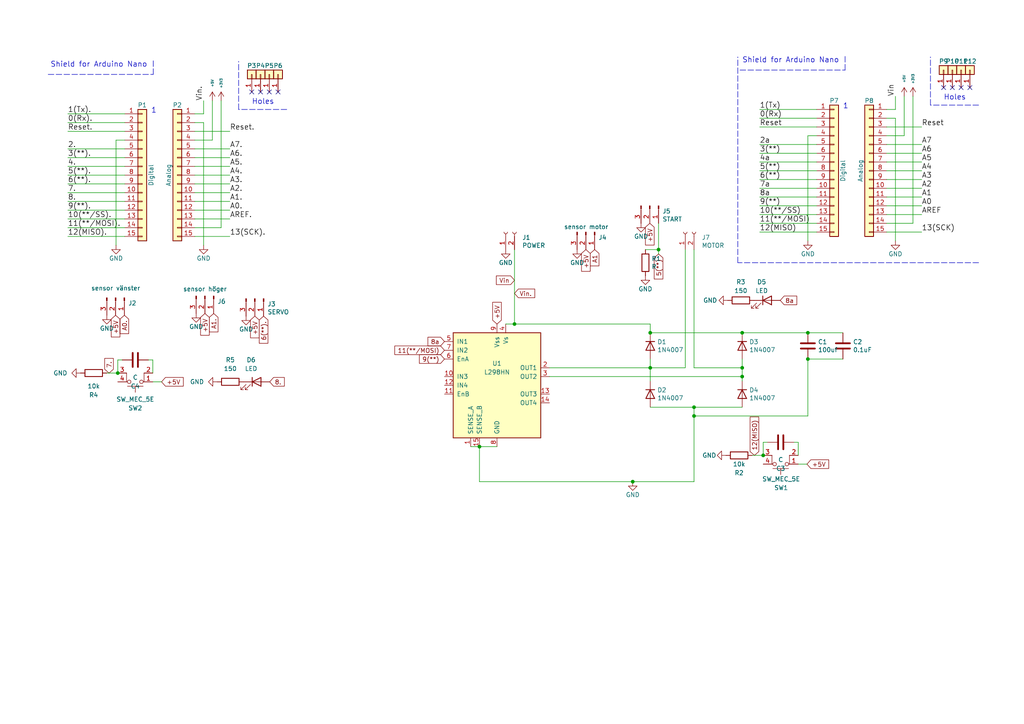
<source format=kicad_sch>
(kicad_sch (version 20211123) (generator eeschema)
  (paper "A4")
  (lib_symbols
    (symbol "Connector:Conn_01x02_Female" (pin_names (offset 1.016) hide)
      (property "Reference" "J" (at 0 2.54 0))
      (property "Value" "Conn_01x02_Female" (at 0 -5.08 0))
      (symbol "Conn_01x02_Female_1_1"
        (arc (start 0 -2.032) (mid -0.508 -2.54) (end 0 -3.048) (stroke (width 0.1524)))
        (polyline (pts (xy -1.27 -2.54) (xy -0.508 -2.54)) (stroke (width 0.1524)))
        (polyline (pts (xy -1.27 0) (xy -0.508 0)) (stroke (width 0.1524)))
        (arc (start 0 0.508) (mid -0.508 0) (end 0 -0.508) (stroke (width 0.1524)))
        (pin passive line (at -5.08 0 0) (length 3.81) (name "Pin_1") (number "1"))
        (pin passive line (at -5.08 -2.54 0) (length 3.81) (name "Pin_2") (number "2"))
      )
    )
    (symbol "Connector:Conn_01x03_Male" (pin_names (offset 1.016) hide)
      (property "Reference" "J" (at 0 5.08 0))
      (property "Value" "Conn_01x03_Male" (at 0 -5.08 0))
      (symbol "Conn_01x03_Male_1_1"
        (polyline (pts (xy 1.27 -2.54) (xy 0.8636 -2.54)) (stroke (width 0.1524)))
        (polyline (pts (xy 1.27 0) (xy 0.8636 0)) (stroke (width 0.1524)))
        (polyline (pts (xy 1.27 2.54) (xy 0.8636 2.54)) (stroke (width 0.1524)))
        (rectangle (start 0.8636 -2.413) (end 0 -2.667) (stroke (width 0.1524)) (fill (type outline)))
        (rectangle (start 0.8636 0.127) (end 0 -0.127) (stroke (width 0.1524)) (fill (type outline)))
        (rectangle (start 0.8636 2.667) (end 0 2.413) (stroke (width 0.1524)) (fill (type outline)))
        (pin passive line (at 5.08 2.54 180) (length 3.81) (name "Pin_1") (number "1"))
        (pin passive line (at 5.08 0 180) (length 3.81) (name "Pin_2") (number "2"))
        (pin passive line (at 5.08 -2.54 180) (length 3.81) (name "Pin_3") (number "3"))
      )
    )
    (symbol "Connector_Generic:Conn_01x01" (pin_names (offset 1.016) hide)
      (property "Reference" "J" (at 0 2.54 0))
      (property "Value" "Conn_01x01" (at 0 -2.54 0))
      (symbol "Conn_01x01_1_1"
        (rectangle (start -1.27 0.127) (end 0 -0.127) (stroke (width 0.1524)))
        (rectangle (start -1.27 1.27) (end 1.27 -1.27) (stroke (width 0.254)) (fill (type background)))
        (pin passive line (at -5.08 0 0) (length 3.81) (name "Pin_1") (number "1"))
      )
    )
    (symbol "Connector_Generic:Conn_01x15" (pin_names (offset 1.016) hide)
      (property "Reference" "J" (at 0 20.32 0))
      (property "Value" "Conn_01x15" (at 0 -20.32 0))
      (symbol "Conn_01x15_1_1"
        (rectangle (start -1.27 -17.653) (end 0 -17.907) (stroke (width 0.1524)))
        (rectangle (start -1.27 -15.113) (end 0 -15.367) (stroke (width 0.1524)))
        (rectangle (start -1.27 -12.573) (end 0 -12.827) (stroke (width 0.1524)))
        (rectangle (start -1.27 -10.033) (end 0 -10.287) (stroke (width 0.1524)))
        (rectangle (start -1.27 -7.493) (end 0 -7.747) (stroke (width 0.1524)))
        (rectangle (start -1.27 -4.953) (end 0 -5.207) (stroke (width 0.1524)))
        (rectangle (start -1.27 -2.413) (end 0 -2.667) (stroke (width 0.1524)))
        (rectangle (start -1.27 0.127) (end 0 -0.127) (stroke (width 0.1524)))
        (rectangle (start -1.27 2.667) (end 0 2.413) (stroke (width 0.1524)))
        (rectangle (start -1.27 5.207) (end 0 4.953) (stroke (width 0.1524)))
        (rectangle (start -1.27 7.747) (end 0 7.493) (stroke (width 0.1524)))
        (rectangle (start -1.27 10.287) (end 0 10.033) (stroke (width 0.1524)))
        (rectangle (start -1.27 12.827) (end 0 12.573) (stroke (width 0.1524)))
        (rectangle (start -1.27 15.367) (end 0 15.113) (stroke (width 0.1524)))
        (rectangle (start -1.27 17.907) (end 0 17.653) (stroke (width 0.1524)))
        (rectangle (start -1.27 19.05) (end 1.27 -19.05) (stroke (width 0.254)) (fill (type background)))
        (pin passive line (at -5.08 17.78 0) (length 3.81) (name "Pin_1") (number "1"))
        (pin passive line (at -5.08 -5.08 0) (length 3.81) (name "Pin_10") (number "10"))
        (pin passive line (at -5.08 -7.62 0) (length 3.81) (name "Pin_11") (number "11"))
        (pin passive line (at -5.08 -10.16 0) (length 3.81) (name "Pin_12") (number "12"))
        (pin passive line (at -5.08 -12.7 0) (length 3.81) (name "Pin_13") (number "13"))
        (pin passive line (at -5.08 -15.24 0) (length 3.81) (name "Pin_14") (number "14"))
        (pin passive line (at -5.08 -17.78 0) (length 3.81) (name "Pin_15") (number "15"))
        (pin passive line (at -5.08 15.24 0) (length 3.81) (name "Pin_2") (number "2"))
        (pin passive line (at -5.08 12.7 0) (length 3.81) (name "Pin_3") (number "3"))
        (pin passive line (at -5.08 10.16 0) (length 3.81) (name "Pin_4") (number "4"))
        (pin passive line (at -5.08 7.62 0) (length 3.81) (name "Pin_5") (number "5"))
        (pin passive line (at -5.08 5.08 0) (length 3.81) (name "Pin_6") (number "6"))
        (pin passive line (at -5.08 2.54 0) (length 3.81) (name "Pin_7") (number "7"))
        (pin passive line (at -5.08 0 0) (length 3.81) (name "Pin_8") (number "8"))
        (pin passive line (at -5.08 -2.54 0) (length 3.81) (name "Pin_9") (number "9"))
      )
    )
    (symbol "Device:C" (pin_numbers hide) (pin_names (offset 0.254))
      (property "Reference" "C" (at 0.635 2.54 0))
      (property "Value" "C" (at 0.635 -2.54 0))
      (symbol "C_0_1"
        (polyline (pts (xy -2.032 -0.762) (xy 2.032 -0.762)) (stroke (width 0.508)))
        (polyline (pts (xy -2.032 0.762) (xy 2.032 0.762)) (stroke (width 0.508)))
      )
      (symbol "C_1_1"
        (pin passive line (at 0 3.81 270) (length 2.794) (name "~") (number "1"))
        (pin passive line (at 0 -3.81 90) (length 2.794) (name "~") (number "2"))
      )
    )
    (symbol "Device:LED" (pin_numbers hide) (pin_names (offset 1.016) hide)
      (property "Reference" "D" (at 0 2.54 0))
      (property "Value" "LED" (at 0 -2.54 0))
      (symbol "LED_0_1"
        (polyline (pts (xy -1.27 -1.27) (xy -1.27 1.27)) (stroke (width 0.254)))
        (polyline (pts (xy -1.27 0) (xy 1.27 0)))
        (polyline (pts (xy 1.27 -1.27) (xy 1.27 1.27) (xy -1.27 0) (xy 1.27 -1.27)) (stroke (width 0.254)))
        (polyline (pts (xy -3.048 -0.762) (xy -4.572 -2.286) (xy -3.81 -2.286) (xy -4.572 -2.286) (xy -4.572 -1.524)))
        (polyline (pts (xy -1.778 -0.762) (xy -3.302 -2.286) (xy -2.54 -2.286) (xy -3.302 -2.286) (xy -3.302 -1.524)))
      )
      (symbol "LED_1_1"
        (pin passive line (at -3.81 0 0) (length 2.54) (name "K") (number "1"))
        (pin passive line (at 3.81 0 180) (length 2.54) (name "A") (number "2"))
      )
    )
    (symbol "Device:R" (pin_numbers hide) (pin_names (offset 0))
      (property "Reference" "R" (at 2.032 0 90))
      (property "Value" "R" (at 0 0 90))
      (symbol "R_0_1"
        (rectangle (start -1.016 -2.54) (end 1.016 2.54) (stroke (width 0.254)))
      )
      (symbol "R_1_1"
        (pin passive line (at 0 3.81 270) (length 1.27) (name "~") (number "1"))
        (pin passive line (at 0 -3.81 90) (length 1.27) (name "~") (number "2"))
      )
    )
    (symbol "Diode:1N4007" (pin_numbers hide) (pin_names (offset 1.016) hide)
      (property "Reference" "D" (at 0 2.54 0))
      (property "Value" "1N4007" (at 0 -2.54 0))
      (symbol "1N4007_0_1"
        (polyline (pts (xy -1.27 1.27) (xy -1.27 -1.27)) (stroke (width 0.254)))
        (polyline (pts (xy 1.27 0) (xy -1.27 0)))
        (polyline (pts (xy 1.27 1.27) (xy 1.27 -1.27) (xy -1.27 0) (xy 1.27 1.27)) (stroke (width 0.254)))
      )
      (symbol "1N4007_1_1"
        (pin passive line (at -3.81 0 0) (length 2.54) (name "K") (number "1"))
        (pin passive line (at 3.81 0 180) (length 2.54) (name "A") (number "2"))
      )
    )
    (symbol "Driver_Motor:L298HN" (pin_names (offset 1.016))
      (property "Reference" "U" (at -10.16 16.51 0))
      (property "Value" "L298HN" (at 12.7 16.51 0))
      (symbol "L298HN_0_1"
        (rectangle (start -12.7 15.24) (end 12.7 -15.24) (stroke (width 0.254)) (fill (type background)))
      )
      (symbol "L298HN_1_1"
        (pin power_in line (at -7.62 -17.78 90) (length 2.54) (name "SENSE_A") (number "1"))
        (pin input line (at -15.24 2.54 0) (length 2.54) (name "IN3") (number "10"))
        (pin input line (at -15.24 -2.54 0) (length 2.54) (name "EnB") (number "11"))
        (pin input line (at -15.24 0 0) (length 2.54) (name "IN4") (number "12"))
        (pin output line (at 15.24 -2.54 180) (length 2.54) (name "OUT3") (number "13"))
        (pin output line (at 15.24 -5.08 180) (length 2.54) (name "OUT4") (number "14"))
        (pin power_in line (at -5.08 -17.78 90) (length 2.54) (name "SENSE_B") (number "15"))
        (pin output line (at 15.24 5.08 180) (length 2.54) (name "OUT1") (number "2"))
        (pin output line (at 15.24 2.54 180) (length 2.54) (name "OUT2") (number "3"))
        (pin power_in line (at 2.54 17.78 270) (length 2.54) (name "Vs") (number "4"))
        (pin input line (at -15.24 12.7 0) (length 2.54) (name "IN1") (number "5"))
        (pin input line (at -15.24 7.62 0) (length 2.54) (name "EnA") (number "6"))
        (pin input line (at -15.24 10.16 0) (length 2.54) (name "IN2") (number "7"))
        (pin power_in line (at 0 -17.78 90) (length 2.54) (name "GND") (number "8"))
        (pin power_in line (at 0 17.78 270) (length 2.54) (name "Vss") (number "9"))
      )
    )
    (symbol "Switch:SW_MEC_5E" (pin_names (offset 1.016) hide)
      (property "Reference" "SW" (at 0.635 5.715 0))
      (property "Value" "SW_MEC_5E" (at 0 -3.175 0))
      (symbol "SW_MEC_5E_0_1"
        (circle (center -1.778 2.54) (radius 0.508))
        (polyline (pts (xy -2.286 3.81) (xy 2.286 3.81)))
        (polyline (pts (xy 0 3.81) (xy 0 5.588)))
        (polyline (pts (xy -2.54 0) (xy -2.54 2.54) (xy -2.286 2.54)))
        (polyline (pts (xy 2.54 0) (xy 2.54 2.54) (xy 2.286 2.54)))
        (circle (center 1.778 2.54) (radius 0.508))
        (pin passive line (at -5.08 2.54 0) (length 2.54) (name "1") (number "1"))
        (pin passive line (at -5.08 0 0) (length 2.54) (name "2") (number "2"))
        (pin passive line (at 5.08 0 180) (length 2.54) (name "K") (number "3"))
        (pin passive line (at 5.08 2.54 180) (length 2.54) (name "A") (number "4"))
      )
    )
    (symbol "power:+3V3" (power) (pin_names (offset 0))
      (property "Value" "+3V3" (at 0 3.556 0))
      (symbol "+3V3_0_1"
        (polyline (pts (xy -0.762 1.27) (xy 0 2.54)))
        (polyline (pts (xy 0 0) (xy 0 2.54)))
        (polyline (pts (xy 0 2.54) (xy 0.762 1.27)))
      )
      (symbol "+3V3_1_1"
        (pin power_in line (at 0 0 90) (length 0) hide (name "+3V3") (number "1"))
      )
    )
    (symbol "power:+5V" (power) (pin_names (offset 0))
      (property "Value" "+5V" (at 0 3.556 0))
      (symbol "+5V_0_1"
        (polyline (pts (xy -0.762 1.27) (xy 0 2.54)))
        (polyline (pts (xy 0 0) (xy 0 2.54)))
        (polyline (pts (xy 0 2.54) (xy 0.762 1.27)))
      )
      (symbol "+5V_1_1"
        (pin power_in line (at 0 0 90) (length 0) hide (name "+5V") (number "1"))
      )
    )
    (symbol "power:GND" (power) (pin_names (offset 0))
      (property "Value" "GND" (at 0 -3.81 0))
      (symbol "GND_0_1"
        (polyline (pts (xy 0 0) (xy 0 -1.27) (xy 1.27 -1.27) (xy 0 -2.54) (xy -1.27 -1.27) (xy 0 -1.27)))
      )
      (symbol "GND_1_1"
        (pin power_in line (at 0 0 270) (length 0) hide (name "GND") (number "1"))
      )
    )
  )
  (junction (at 183.515 139.7))
  (junction (at 221.361 132.08))
  (junction (at 215.265 96.52))
  (junction (at 188.595 96.52))
  (junction (at 215.265 109.22))
  (junction (at 149.225 93.98))
  (junction (at 215.265 106.68))
  (junction (at 234.315 104.14))
  (junction (at 201.295 118.11))
  (junction (at 234.315 96.52))
  (junction (at 188.595 106.68))
  (junction (at 191.008 72.39))
  (junction (at 139.065 129.54))
  (junction (at 201.295 120.65))
  (junction (at 34.163 108.204))
  (no_connect (at 78.105 26.67))
  (no_connect (at 278.765 25.4))
  (no_connect (at 75.565 26.67))
  (no_connect (at 281.305 25.4))
  (no_connect (at 73.025 26.67))
  (no_connect (at 80.645 26.67))
  (no_connect (at 276.225 25.4))
  (no_connect (at 273.685 25.4))
  (wire (pts (xy 231.521 132.08) (xy 231.521 128.27)))
  (wire (pts (xy 220.345 46.99) (xy 236.855 46.99)))
  (wire (pts (xy 188.595 104.14) (xy 188.595 106.68)))
  (wire (pts (xy 201.295 120.65) (xy 201.295 139.7)))
  (wire (pts (xy 236.855 44.45) (xy 220.345 44.45)))
  (wire (pts (xy 19.685 63.5) (xy 36.195 63.5)))
  (wire (pts (xy 215.265 104.14) (xy 215.265 106.68)))
  (wire (pts (xy 215.265 109.22) (xy 215.265 110.49)))
  (wire (pts (xy 59.055 33.02) (xy 59.055 29.21)))
  (wire (pts (xy 259.715 34.29) (xy 257.175 34.29)))
  (wire (pts (xy 36.195 40.64) (xy 33.655 40.64)))
  (wire (pts (xy 215.265 96.52) (xy 234.315 96.52)))
  (wire (pts (xy 66.675 45.72) (xy 56.515 45.72)))
  (wire (pts (xy 64.135 66.04) (xy 56.515 66.04)))
  (wire (pts (xy 139.065 129.54) (xy 144.145 129.54)))
  (wire (pts (xy 146.685 93.98) (xy 149.225 93.98)))
  (wire (pts (xy 35.433 104.394) (xy 34.163 104.394)))
  (wire (pts (xy 201.295 120.65) (xy 201.295 118.11)))
  (wire (pts (xy 36.195 45.72) (xy 19.685 45.72)))
  (wire (pts (xy 191.008 72.39) (xy 191.008 73.66)))
  (wire (pts (xy 244.475 104.14) (xy 234.315 104.14)))
  (wire (pts (xy 56.515 58.42) (xy 66.675 58.42)))
  (wire (pts (xy 220.345 57.15) (xy 236.855 57.15)))
  (wire (pts (xy 188.595 93.98) (xy 188.595 96.52)))
  (wire (pts (xy 198.755 72.39) (xy 198.755 106.68)))
  (wire (pts (xy 64.135 29.21) (xy 64.135 66.04)))
  (wire (pts (xy 56.515 33.02) (xy 59.055 33.02)))
  (wire (pts (xy 19.685 58.42) (xy 36.195 58.42)))
  (wire (pts (xy 139.065 139.7) (xy 139.065 129.54)))
  (polyline (pts (xy 283.845 30.48) (xy 269.875 30.48)))
  (wire (pts (xy 149.225 93.98) (xy 188.595 93.98)))
  (wire (pts (xy 236.855 31.75) (xy 220.345 31.75)))
  (polyline (pts (xy 213.995 76.2) (xy 213.995 16.51)))
  (wire (pts (xy 220.345 34.29) (xy 236.855 34.29)))
  (wire (pts (xy 191.008 64.77) (xy 191.008 72.39)))
  (wire (pts (xy 262.255 27.94) (xy 262.255 39.37)))
  (wire (pts (xy 257.175 67.31) (xy 267.335 67.31)))
  (wire (pts (xy 66.675 60.96) (xy 56.515 60.96)))
  (wire (pts (xy 201.295 118.11) (xy 215.265 118.11)))
  (wire (pts (xy 259.715 69.85) (xy 259.715 34.29)))
  (wire (pts (xy 159.385 106.68) (xy 188.595 106.68)))
  (wire (pts (xy 36.195 66.04) (xy 19.685 66.04)))
  (wire (pts (xy 56.515 43.18) (xy 66.675 43.18)))
  (wire (pts (xy 66.675 55.88) (xy 56.515 55.88)))
  (wire (pts (xy 201.295 72.39) (xy 201.295 106.68)))
  (wire (pts (xy 136.525 129.54) (xy 139.065 129.54)))
  (wire (pts (xy 264.795 64.77) (xy 257.175 64.77)))
  (wire (pts (xy 19.685 48.26) (xy 36.195 48.26)))
  (wire (pts (xy 159.385 109.22) (xy 215.265 109.22)))
  (wire (pts (xy 66.675 38.1) (xy 56.515 38.1)))
  (wire (pts (xy 19.685 53.34) (xy 36.195 53.34)))
  (wire (pts (xy 264.795 27.94) (xy 264.795 64.77)))
  (polyline (pts (xy 13.97 21.59) (xy 44.45 21.59)))
  (wire (pts (xy 234.315 96.52) (xy 244.475 96.52)))
  (wire (pts (xy 231.521 134.62) (xy 234.061 134.62)))
  (wire (pts (xy 56.515 68.58) (xy 66.675 68.58)))
  (wire (pts (xy 236.855 39.37) (xy 234.315 39.37)))
  (wire (pts (xy 36.195 33.02) (xy 19.685 33.02)))
  (wire (pts (xy 234.315 104.14) (xy 234.315 120.65)))
  (wire (pts (xy 36.195 55.88) (xy 19.685 55.88)))
  (wire (pts (xy 36.195 60.96) (xy 19.685 60.96)))
  (wire (pts (xy 220.345 62.23) (xy 236.855 62.23)))
  (wire (pts (xy 19.685 68.58) (xy 36.195 68.58)))
  (wire (pts (xy 267.335 36.83) (xy 257.175 36.83)))
  (wire (pts (xy 188.595 118.11) (xy 201.295 118.11)))
  (wire (pts (xy 188.595 106.68) (xy 198.755 106.68)))
  (wire (pts (xy 267.335 62.23) (xy 257.175 62.23)))
  (polyline (pts (xy 283.845 76.2) (xy 213.995 76.2)))
  (wire (pts (xy 188.595 110.49) (xy 188.595 106.68)))
  (wire (pts (xy 267.335 59.69) (xy 257.175 59.69)))
  (wire (pts (xy 66.675 48.26) (xy 56.515 48.26)))
  (wire (pts (xy 187.198 72.39) (xy 191.008 72.39)))
  (wire (pts (xy 36.195 50.8) (xy 19.685 50.8)))
  (wire (pts (xy 267.335 54.61) (xy 257.175 54.61)))
  (wire (pts (xy 262.255 39.37) (xy 257.175 39.37)))
  (wire (pts (xy 61.595 29.21) (xy 61.595 40.64)))
  (wire (pts (xy 44.323 108.204) (xy 44.323 104.394)))
  (wire (pts (xy 234.315 120.65) (xy 201.295 120.65)))
  (wire (pts (xy 44.323 110.744) (xy 46.863 110.744)))
  (wire (pts (xy 215.265 106.68) (xy 215.265 109.22)))
  (wire (pts (xy 66.675 53.34) (xy 56.515 53.34)))
  (wire (pts (xy 236.855 36.83) (xy 220.345 36.83)))
  (wire (pts (xy 66.675 63.5) (xy 56.515 63.5)))
  (wire (pts (xy 234.315 39.37) (xy 234.315 69.85)))
  (wire (pts (xy 218.186 132.08) (xy 221.361 132.08)))
  (polyline (pts (xy 69.215 31.75) (xy 69.215 17.78)))
  (wire (pts (xy 59.055 71.12) (xy 59.055 35.56)))
  (wire (pts (xy 257.175 49.53) (xy 267.335 49.53)))
  (polyline (pts (xy 83.185 31.75) (xy 69.215 31.75)))
  (wire (pts (xy 267.335 46.99) (xy 257.175 46.99)))
  (wire (pts (xy 215.265 96.52) (xy 188.595 96.52)))
  (wire (pts (xy 19.685 43.18) (xy 36.195 43.18)))
  (wire (pts (xy 34.163 104.394) (xy 34.163 108.204)))
  (wire (pts (xy 43.053 104.394) (xy 44.323 104.394)))
  (wire (pts (xy 236.855 49.53) (xy 220.345 49.53)))
  (wire (pts (xy 230.251 128.27) (xy 231.521 128.27)))
  (wire (pts (xy 257.175 41.91) (xy 267.335 41.91)))
  (wire (pts (xy 59.055 35.56) (xy 56.515 35.56)))
  (wire (pts (xy 215.265 106.68) (xy 201.295 106.68)))
  (wire (pts (xy 236.855 64.77) (xy 220.345 64.77)))
  (wire (pts (xy 201.295 139.7) (xy 183.515 139.7)))
  (wire (pts (xy 222.631 128.27) (xy 221.361 128.27)))
  (wire (pts (xy 220.345 52.07) (xy 236.855 52.07)))
  (polyline (pts (xy 269.875 30.48) (xy 269.875 16.51)))
  (wire (pts (xy 259.715 31.75) (xy 259.715 27.94)))
  (wire (pts (xy 61.595 40.64) (xy 56.515 40.64)))
  (wire (pts (xy 56.515 50.8) (xy 66.675 50.8)))
  (wire (pts (xy 267.335 52.07) (xy 257.175 52.07)))
  (wire (pts (xy 236.855 59.69) (xy 220.345 59.69)))
  (wire (pts (xy 19.685 35.56) (xy 36.195 35.56)))
  (polyline (pts (xy 245.11 20.32) (xy 245.11 15.875)))
  (wire (pts (xy 36.195 38.1) (xy 19.685 38.1)))
  (wire (pts (xy 257.175 31.75) (xy 259.715 31.75)))
  (polyline (pts (xy 44.45 21.59) (xy 44.45 17.145)))
  (wire (pts (xy 30.988 108.204) (xy 34.163 108.204)))
  (wire (pts (xy 139.065 139.7) (xy 183.515 139.7)))
  (wire (pts (xy 149.225 72.39) (xy 149.225 93.98)))
  (polyline (pts (xy 214.63 20.32) (xy 245.11 20.32)))
  (wire (pts (xy 220.345 67.31) (xy 236.855 67.31)))
  (wire (pts (xy 257.175 57.15) (xy 267.335 57.15)))
  (wire (pts (xy 267.335 44.45) (xy 257.175 44.45)))
  (wire (pts (xy 221.361 128.27) (xy 221.361 132.08)))
  (wire (pts (xy 236.855 54.61) (xy 220.345 54.61)))
  (wire (pts (xy 33.655 40.64) (xy 33.655 71.12)))
  (wire (pts (xy 220.345 41.91) (xy 236.855 41.91)))
  (text "Shield for Arduino Nano" (at 14.605 19.685 0) (effects (font (size 1.524 1.524)) (justify left bottom)))
  (text "Holes" (at 273.685 29.21 0) (effects (font (size 1.524 1.524)) (justify left bottom)))
  (text "Shield for Arduino Nano" (at 215.265 18.415 0) (effects (font (size 1.524 1.524)) (justify left bottom)))
  (text "1" (at 244.475 31.75 0) (effects (font (size 1.524 1.524)) (justify left bottom)))
  (text "1" (at 43.815 33.02 0) (effects (font (size 1.524 1.524)) (justify left bottom)))
  (text "Holes" (at 73.025 30.48 0) (effects (font (size 1.524 1.524)) (justify left bottom)))
  (label "Vin." (at 59.055 29.21 90) (effects (font (size 1.524 1.524))))
  (label "3(**)." (at 19.685 45.72 0) (effects (font (size 1.524 1.524))))
  (label "A3." (at 66.675 53.34 0) (effects (font (size 1.524 1.524))))
  (label "A4." (at 66.675 50.8 0) (effects (font (size 1.524 1.524))))
  (label "A6." (at 66.675 45.72 0) (effects (font (size 1.524 1.524))))
  (label "9(**)" (at 220.345 59.69 0) (effects (font (size 1.524 1.524))))
  (label "A2." (at 66.675 55.88 0) (effects (font (size 1.524 1.524))))
  (label "9(**)." (at 19.685 60.96 0) (effects (font (size 1.524 1.524))))
  (label "A7." (at 66.675 43.18 0) (effects (font (size 1.524 1.524))))
  (label "1(Tx)." (at 19.685 33.02 0) (effects (font (size 1.524 1.524))))
  (label "13(SCK)" (at 267.335 67.31 0) (effects (font (size 1.524 1.524))))
  (label "Reset." (at 19.685 38.1 0) (effects (font (size 1.524 1.524))))
  (label "6(**)." (at 19.685 53.34 0) (effects (font (size 1.524 1.524))))
  (label "5(**)" (at 220.345 49.53 0) (effects (font (size 1.524 1.524))))
  (label "6(**)" (at 220.345 52.07 0) (effects (font (size 1.524 1.524))))
  (label "Reset" (at 267.335 36.83 0) (effects (font (size 1.524 1.524))))
  (label "11(**{slash}MOSI)." (at 19.685 66.04 0) (effects (font (size 1.524 1.524))))
  (label "12(MISO)." (at 19.685 68.58 0) (effects (font (size 1.524 1.524))))
  (label "4." (at 19.685 48.26 0) (effects (font (size 1.524 1.524))))
  (label "1(Tx)" (at 220.345 31.75 0) (effects (font (size 1.524 1.524))))
  (label "A7" (at 267.335 41.91 0) (effects (font (size 1.524 1.524))))
  (label "A3" (at 267.335 52.07 0) (effects (font (size 1.524 1.524))))
  (label "AREF" (at 267.335 62.23 0) (effects (font (size 1.524 1.524))))
  (label "7a" (at 220.345 54.61 0) (effects (font (size 1.524 1.524))))
  (label "2a" (at 220.345 41.91 0) (effects (font (size 1.524 1.524))))
  (label "4a" (at 220.345 46.99 0) (effects (font (size 1.524 1.524))))
  (label "A1." (at 66.675 58.42 0) (effects (font (size 1.524 1.524))))
  (label "Vin" (at 259.715 27.94 90) (effects (font (size 1.524 1.524))))
  (label "0(Rx)" (at 220.345 34.29 0) (effects (font (size 1.524 1.524))))
  (label "A6" (at 267.335 44.45 0) (effects (font (size 1.524 1.524))))
  (label "13(SCK)." (at 66.675 68.58 0) (effects (font (size 1.524 1.524))))
  (label "Reset" (at 220.345 36.83 0) (effects (font (size 1.524 1.524))))
  (label "3(**)" (at 220.345 44.45 0) (effects (font (size 1.524 1.524))))
  (label "8." (at 19.685 58.42 0) (effects (font (size 1.524 1.524))))
  (label "2." (at 19.685 43.18 0) (effects (font (size 1.524 1.524))))
  (label "7." (at 19.685 55.88 0) (effects (font (size 1.524 1.524))))
  (label "Reset." (at 66.675 38.1 0) (effects (font (size 1.524 1.524))))
  (label "8a" (at 220.345 57.15 0) (effects (font (size 1.524 1.524))))
  (label "A2" (at 267.335 54.61 0) (effects (font (size 1.524 1.524))))
  (label "5(**)." (at 19.685 50.8 0) (effects (font (size 1.524 1.524))))
  (label "A0." (at 66.675 60.96 0) (effects (font (size 1.524 1.524))))
  (label "A0" (at 267.335 59.69 0) (effects (font (size 1.524 1.524))))
  (label "A4" (at 267.335 49.53 0) (effects (font (size 1.524 1.524))))
  (label "11(**/MOSI)" (at 220.345 64.77 0) (effects (font (size 1.524 1.524))))
  (label "10(**/SS)" (at 220.345 62.23 0) (effects (font (size 1.524 1.524))))
  (label "12(MISO)" (at 220.345 67.31 0) (effects (font (size 1.524 1.524))))
  (label "A5" (at 267.335 46.99 0) (effects (font (size 1.524 1.524))))
  (label "A5." (at 66.675 48.26 0) (effects (font (size 1.524 1.524))))
  (label "A1" (at 267.335 57.15 0) (effects (font (size 1.524 1.524))))
  (label "10(**{slash}SS)." (at 19.685 63.5 0) (effects (font (size 1.524 1.524))))
  (label "0(Rx)." (at 19.685 35.56 0) (effects (font (size 1.524 1.524))))
  (label "AREF." (at 66.675 63.5 0) (effects (font (size 1.524 1.524))))
  (global_label "Vin." (shape input) (at 149.225 85.09 0) (property "Intersheet References" "${INTERSHEET_REFS}" (effects hide)))
  (global_label "7." (shape input) (at 31.623 108.204 90) (property "Intersheet References" "${INTERSHEET_REFS}" (effects hide)))
  (global_label "A1" (shape input) (at 172.466 72.39 270) (property "Intersheet References" "${INTERSHEET_REFS}" (effects hide)))
  (global_label "8a" (shape input) (at 226.314 87.122 0) (property "Intersheet References" "${INTERSHEET_REFS}" (effects hide)))
  (global_label "+5V" (shape input) (at 144.145 93.98 90) (property "Intersheet References" "${INTERSHEET_REFS}" (effects hide)))
  (global_label "+5V" (shape input) (at 59.436 90.932 270) (property "Intersheet References" "${INTERSHEET_REFS}" (effects hide)))
  (global_label "8a" (shape input) (at 128.905 99.06 180) (property "Intersheet References" "${INTERSHEET_REFS}" (effects hide)))
  (global_label "+5V" (shape input) (at 188.468 64.77 270) (property "Intersheet References" "${INTERSHEET_REFS}" (effects hide)))
  (global_label "6(**)." (shape input) (at 76.454 91.694 270) (property "Intersheet References" "${INTERSHEET_REFS}" (effects hide)))
  (global_label "+5V" (shape input) (at 234.061 134.62 0) (property "Intersheet References" "${INTERSHEET_REFS}" (effects hide)))
  (global_label "Vin" (shape input) (at 149.225 81.28 180) (property "Intersheet References" "${INTERSHEET_REFS}" (effects hide)))
  (global_label "+5V" (shape input) (at 46.863 110.744 0) (property "Intersheet References" "${INTERSHEET_REFS}" (effects hide)))
  (global_label "11(**{slash}MOSI)" (shape input) (at 128.905 101.6 180) (property "Intersheet References" "${INTERSHEET_REFS}" (effects hide)))
  (global_label "A1." (shape input) (at 61.976 90.932 270) (property "Intersheet References" "${INTERSHEET_REFS}" (effects hide)))
  (global_label "+5V" (shape input) (at 169.926 72.39 270) (property "Intersheet References" "${INTERSHEET_REFS}" (effects hide)))
  (global_label "+5V" (shape input) (at 73.914 91.694 270) (property "Intersheet References" "${INTERSHEET_REFS}" (effects hide)))
  (global_label "12(MISO)" (shape input) (at 218.821 132.08 90) (property "Intersheet References" "${INTERSHEET_REFS}" (effects hide)))
  (global_label "A0." (shape input) (at 36.068 91.44 270) (property "Intersheet References" "${INTERSHEET_REFS}" (effects hide)))
  (global_label "8." (shape input) (at 78.232 110.744 0) (property "Intersheet References" "${INTERSHEET_REFS}" (effects hide)))
  (global_label "+5V" (shape input) (at 33.528 91.44 270) (property "Intersheet References" "${INTERSHEET_REFS}" (effects hide)))
  (global_label "5(**)" (shape input) (at 191.008 73.66 270) (property "Intersheet References" "${INTERSHEET_REFS}" (effects hide)))
  (global_label "9(**)" (shape input) (at 128.905 104.14 180) (property "Intersheet References" "${INTERSHEET_REFS}" (effects hide)))
  (symbol (lib_id "power:+5V") (at 262.255 27.94 0) (unit 1)
    (property "Reference" "#PWR0110" (effects hide))
    (property "Value" "+5V" (at 262.255 22.86 90) (effects (font (size 0.7112 0.7112))))
  )
  (symbol (lib_id "power:GND") (at 59.055 71.12 0) (unit 1)
    (property "Reference" "#PWR0117" (effects hide))
    (property "Value" "GND" (at 59.055 74.93 0))
  )
  (symbol (lib_id "Switch:SW_MEC_5E") (at 39.243 108.204 180) (unit 1)
    (property "Reference" "SW2" (at 39.243 118.364 0))
    (property "Value" "SW_MEC_5E" (at 39.243 115.824 0))
    (property "Footprint" "footprints:SW_TH_Tactile_Omron_B3F-10xx" (effects hide))
    (property "Datasheet" "http://www.apem.com/int/index.php?controller=attachment&id_attachment=1371" (effects hide))
  )
  (symbol (lib_id "Connector_Generic:Conn_01x01") (at 281.305 20.32 90) (unit 1)
    (property "Reference" "P12" (at 281.305 17.78 90))
    (property "Value" "CONN_01X01" (effects hide))
    (property "Footprint" "Socket_Arduino_Nano:1pin_Nano" (effects hide))
  )
  (symbol (lib_id "Device:R") (at 214.376 132.08 90) (unit 1)
    (property "Reference" "R2" (at 214.376 137.16 90))
    (property "Value" "10k" (at 214.376 134.62 90))
    (property "Footprint" "Resistor_THT:R_Axial_DIN0207_L6.3mm_D2.5mm_P10.16mm_Horizontal" (effects hide))
  )
  (symbol (lib_id "Device:C") (at 39.243 104.394 90) (unit 1)
    (property "Reference" "C4" (at 39.243 112.014 90))
    (property "Value" "C" (at 39.243 109.474 90))
    (property "Footprint" "Capacitor_THT:C_Rect_L4.6mm_W2.0mm_P2.50mm_MKS02_FKP02" (effects hide))
  )
  (symbol (lib_id "power:GND") (at 234.315 69.85 0) (unit 1)
    (property "Reference" "#PWR0102" (effects hide))
    (property "Value" "GND" (at 234.315 73.66 0))
  )
  (symbol (lib_id "Connector:Conn_01x03_Male") (at 188.468 59.69 270) (unit 1)
    (property "Reference" "J5" (at 192.1256 61.2648 90) (effects (justify left)))
    (property "Value" "START" (at 192.1256 63.5762 90) (effects (justify left)))
    (property "Footprint" "Connector_JST:JST_XH_B3B-XH-A_1x03_P2.50mm_Vertical" (effects hide))
  )
  (symbol (lib_id "power:GND") (at 187.198 80.01 0) (unit 1)
    (property "Reference" "#PWR0112" (effects hide))
    (property "Value" "GND" (at 187.198 83.82 0))
  )
  (symbol (lib_id "Connector:Conn_01x03_Male") (at 169.926 67.31 270) (unit 1)
    (property "Reference" "J4" (at 173.5836 68.8848 90) (effects (justify left)))
    (property "Value" "sensor motor" (at 163.576 65.786 90) (effects (justify left)))
    (property "Footprint" "Connector_JST:JST_XH_B3B-XH-A_1x03_P2.50mm_Vertical" (effects hide))
  )
  (symbol (lib_id "Connector_Generic:Conn_01x15") (at 51.435 50.8 0) (mirror y) (unit 1)
    (property "Reference" "P2" (at 51.435 30.48 0))
    (property "Value" "Analog" (at 48.895 50.8 90))
    (property "Footprint" "footprints:Socket_Strip_Arduino_1x15" (effects hide))
  )
  (symbol (lib_id "power:GND") (at 33.655 71.12 0) (unit 1)
    (property "Reference" "#PWR0116" (effects hide))
    (property "Value" "GND" (at 33.655 74.93 0))
  )
  (symbol (lib_id "power:GND") (at 62.992 110.744 270) (unit 1)
    (property "Reference" "#PWR0120" (effects hide))
    (property "Value" "GND" (at 59.182 110.7439 90) (effects (justify right)))
  )
  (symbol (lib_id "Connector:Conn_01x03_Male") (at 73.914 86.614 270) (unit 1)
    (property "Reference" "J3" (at 77.5716 88.1888 90) (effects (justify left)))
    (property "Value" "SERVO" (at 77.5716 90.5002 90) (effects (justify left)))
    (property "Footprint" "Connector_JST:JST_XH_B3B-XH-A_1x03_P2.50mm_Vertical" (effects hide))
  )
  (symbol (lib_id "Connector_Generic:Conn_01x01") (at 80.645 21.59 90) (unit 1)
    (property "Reference" "P6" (at 80.645 19.05 90))
    (property "Value" "CONN_01X01" (effects hide))
    (property "Footprint" "Socket_Arduino_Nano:1pin_Nano" (effects hide))
  )
  (symbol (lib_id "power:GND") (at 185.928 64.77 0) (unit 1)
    (property "Reference" "#PWR0103" (effects hide))
    (property "Value" "GND" (at 185.928 68.58 0))
  )
  (symbol (lib_id "Connector_Generic:Conn_01x01") (at 75.565 21.59 90) (unit 1)
    (property "Reference" "P4" (at 75.565 19.05 90))
    (property "Value" "CONN_01X01" (effects hide))
    (property "Footprint" "Socket_Arduino_Nano:1pin_Nano" (effects hide))
  )
  (symbol (lib_id "power:GND") (at 259.715 69.85 0) (unit 1)
    (property "Reference" "#PWR0109" (effects hide))
    (property "Value" "GND" (at 259.715 73.66 0))
  )
  (symbol (lib_id "Connector:Conn_01x03_Male") (at 33.528 86.36 270) (unit 1)
    (property "Reference" "J2" (at 37.1856 87.9348 90) (effects (justify left)))
    (property "Value" "sensor vänster" (at 26.416 83.566 90) (effects (justify left)))
    (property "Footprint" "Connector_JST:JST_XH_B3B-XH-A_1x03_P2.50mm_Vertical" (effects hide))
  )
  (symbol (lib_id "power:GND") (at 23.368 108.204 270) (unit 1)
    (property "Reference" "#PWR0107" (effects hide))
    (property "Value" "GND" (at 19.558 108.2039 90) (effects (justify right)))
  )
  (symbol (lib_id "Connector_Generic:Conn_01x15") (at 41.275 50.8 0) (unit 1)
    (property "Reference" "P1" (at 41.275 30.48 0))
    (property "Value" "Digital" (at 43.815 50.8 90))
    (property "Footprint" "footprints:Socket_Strip_Arduino_1x15" (effects hide))
  )
  (symbol (lib_id "power:+3V3") (at 264.795 27.94 0) (unit 1)
    (property "Reference" "#PWR0111" (effects hide))
    (property "Value" "+3.3V" (at 264.795 22.86 90) (effects (font (size 0.7112 0.7112))))
  )
  (symbol (lib_id "power:GND") (at 71.374 91.694 0) (unit 1)
    (property "Reference" "#PWR0113" (effects hide))
    (property "Value" "GND" (at 71.374 95.504 0))
  )
  (symbol (lib_id "Device:R") (at 214.884 87.122 90) (unit 1)
    (property "Reference" "R3" (at 214.884 81.788 90))
    (property "Value" "150" (at 214.884 84.328 90))
    (property "Footprint" "Resistor_THT:R_Axial_DIN0207_L6.3mm_D2.5mm_P10.16mm_Horizontal" (effects hide))
  )
  (symbol (lib_id "Device:R") (at 66.802 110.744 90) (unit 1)
    (property "Reference" "R5" (at 66.802 104.394 90))
    (property "Value" "150" (at 66.802 106.934 90))
    (property "Footprint" "Resistor_THT:R_Axial_DIN0207_L6.3mm_D2.5mm_P10.16mm_Horizontal" (effects hide))
  )
  (symbol (lib_id "power:GND") (at 56.896 90.932 0) (unit 1)
    (property "Reference" "#PWR0101" (effects hide))
    (property "Value" "GND" (at 56.896 94.742 0))
  )
  (symbol (lib_id "power:GND") (at 30.988 91.44 0) (unit 1)
    (property "Reference" "#PWR0115" (effects hide))
    (property "Value" "GND" (at 30.988 95.25 0))
  )
  (symbol (lib_id "Connector_Generic:Conn_01x15") (at 241.935 49.53 0) (unit 1)
    (property "Reference" "P7" (at 241.935 29.21 0))
    (property "Value" "Digital" (at 244.475 49.53 90))
    (property "Footprint" "footprints:Socket_Strip_Arduino_1x15" (effects hide))
  )
  (symbol (lib_id "Device:LED") (at 222.504 87.122 0) (unit 1)
    (property "Reference" "D5" (at 220.9165 81.788 0))
    (property "Value" "LED" (at 220.9165 84.328 0))
    (property "Footprint" "LED_THT:LED_D5.0mm" (effects hide))
  )
  (symbol (lib_id "Diode:1N4007") (at 188.595 100.33 270) (unit 1)
    (property "Reference" "D1" (at 190.627 99.1616 90) (effects (justify left)))
    (property "Value" "1N4007" (at 190.627 101.473 90) (effects (justify left)))
    (property "Footprint" "Diode_THT:D_DO-41_SOD81_P10.16mm_Horizontal" (effects hide))
    (property "Datasheet" "http://www.vishay.com/docs/88503/1n4001.pdf" (effects hide))
  )
  (symbol (lib_id "Connector_Generic:Conn_01x15") (at 252.095 49.53 0) (mirror y) (unit 1)
    (property "Reference" "P8" (at 252.095 29.21 0))
    (property "Value" "Analog" (at 249.555 49.53 90))
    (property "Footprint" "footprints:Socket_Strip_Arduino_1x15" (effects hide))
  )
  (symbol (lib_id "power:GND") (at 146.685 72.39 0) (unit 1)
    (property "Reference" "#PWR0114" (effects hide))
    (property "Value" "GND" (at 146.685 76.2 0))
  )
  (symbol (lib_id "Device:R") (at 187.198 76.2 0) (unit 1)
    (property "Reference" "R1" (at 188.976 75.0316 0) (effects (justify left)))
    (property "Value" "R" (at 188.976 77.343 0) (effects (justify left)))
    (property "Footprint" "Resistor_THT:R_Axial_DIN0207_L6.3mm_D2.5mm_P10.16mm_Horizontal" (effects hide))
  )
  (symbol (lib_id "power:GND") (at 210.566 132.08 270) (unit 1)
    (property "Reference" "#PWR0105" (effects hide))
    (property "Value" "GND" (at 207.772 132.08 90) (effects (justify right)))
  )
  (symbol (lib_id "Connector_Generic:Conn_01x01") (at 73.025 21.59 90) (unit 1)
    (property "Reference" "P3" (at 73.025 19.05 90))
    (property "Value" "CONN_01X01" (effects hide))
    (property "Footprint" "Socket_Arduino_Nano:1pin_Nano" (effects hide))
  )
  (symbol (lib_id "Connector_Generic:Conn_01x01") (at 78.105 21.59 90) (unit 1)
    (property "Reference" "P5" (at 78.105 19.05 90))
    (property "Value" "CONN_01X01" (effects hide))
    (property "Footprint" "Socket_Arduino_Nano:1pin_Nano" (effects hide))
  )
  (symbol (lib_id "Device:C") (at 234.315 100.33 0) (unit 1)
    (property "Reference" "C1" (at 237.236 99.1616 0) (effects (justify left)))
    (property "Value" "100uf" (at 237.236 101.473 0) (effects (justify left)))
    (property "Footprint" "footprints:CP_Radial_D6.3mm_P2.50mm" (effects hide))
  )
  (symbol (lib_id "Device:R") (at 27.178 108.204 90) (unit 1)
    (property "Reference" "R4" (at 27.178 114.554 90))
    (property "Value" "10k" (at 27.178 112.014 90))
    (property "Footprint" "Resistor_THT:R_Axial_DIN0207_L6.3mm_D2.5mm_P10.16mm_Horizontal" (effects hide))
  )
  (symbol (lib_id "Connector_Generic:Conn_01x01") (at 273.685 20.32 90) (unit 1)
    (property "Reference" "P9" (at 273.685 17.78 90))
    (property "Value" "CONN_01X01" (effects hide))
    (property "Footprint" "Socket_Arduino_Nano:1pin_Nano" (effects hide))
  )
  (symbol (lib_id "Connector:Conn_01x02_Female") (at 198.755 67.31 90) (unit 1)
    (property "Reference" "J7" (at 203.5302 68.8848 90) (effects (justify right)))
    (property "Value" "MOTOR" (at 203.5302 71.1962 90) (effects (justify right)))
    (property "Footprint" "Connector_Wago:Wago_734-132_1x02_P3.50mm_Vertical" (effects hide))
  )
  (symbol (lib_id "Driver_Motor:L298HN") (at 144.145 111.76 0) (unit 1)
    (property "Reference" "U1" (at 144.145 105.41 0))
    (property "Value" "L298HN" (at 144.145 107.95 0))
    (property "Footprint" "footprints:TO-220-15_P2.54x2.54mm_StaggerOdd_Lead4.58mm_Vertical" (effects hide))
    (property "Datasheet" "http://www.st.com/st-web-ui/static/active/en/resource/technical/document/datasheet/CD00000240.pdf" (effects hide))
  )
  (symbol (lib_id "power:+5V") (at 61.595 29.21 0) (unit 1)
    (property "Reference" "#PWR0119" (effects hide))
    (property "Value" "+5V" (at 61.595 24.13 90) (effects (font (size 0.7112 0.7112))))
  )
  (symbol (lib_id "power:GND") (at 183.515 139.7 0) (unit 1)
    (property "Reference" "#PWR0108" (effects hide))
    (property "Value" "GND" (at 183.515 143.51 0))
  )
  (symbol (lib_id "power:GND") (at 167.386 72.39 0) (unit 1)
    (property "Reference" "#PWR0104" (effects hide))
    (property "Value" "GND" (at 167.386 76.2 0))
  )
  (symbol (lib_id "Switch:SW_MEC_5E") (at 226.441 132.08 180) (unit 1)
    (property "Reference" "SW1" (at 226.568 141.478 0))
    (property "Value" "SW_MEC_5E" (at 226.568 138.938 0))
    (property "Footprint" "footprints:SW_TH_Tactile_Omron_B3F-10xx" (effects hide))
    (property "Datasheet" "http://www.apem.com/int/index.php?controller=attachment&id_attachment=1371" (effects hide))
  )
  (symbol (lib_id "Diode:1N4007") (at 215.265 100.33 270) (unit 1)
    (property "Reference" "D3" (at 217.297 99.1616 90) (effects (justify left)))
    (property "Value" "1N4007" (at 217.297 101.473 90) (effects (justify left)))
    (property "Footprint" "Diode_THT:D_DO-41_SOD81_P10.16mm_Horizontal" (effects hide))
    (property "Datasheet" "http://www.vishay.com/docs/88503/1n4001.pdf" (effects hide))
  )
  (symbol (lib_id "Diode:1N4007") (at 188.595 114.3 270) (unit 1)
    (property "Reference" "D2" (at 190.627 113.1316 90) (effects (justify left)))
    (property "Value" "1N4007" (at 190.627 115.443 90) (effects (justify left)))
    (property "Footprint" "Diode_THT:D_DO-41_SOD81_P10.16mm_Horizontal" (effects hide))
    (property "Datasheet" "http://www.vishay.com/docs/88503/1n4001.pdf" (effects hide))
  )
  (symbol (lib_id "power:GND") (at 211.074 87.122 270) (unit 1)
    (property "Reference" "#PWR0106" (effects hide))
    (property "Value" "GND" (at 208.026 87.122 90) (effects (justify right)))
  )
  (symbol (lib_id "Diode:1N4007") (at 215.265 114.3 270) (unit 1)
    (property "Reference" "D4" (at 217.297 113.1316 90) (effects (justify left)))
    (property "Value" "1N4007" (at 217.297 115.443 90) (effects (justify left)))
    (property "Footprint" "Diode_THT:D_DO-41_SOD81_P10.16mm_Horizontal" (effects hide))
    (property "Datasheet" "http://www.vishay.com/docs/88503/1n4001.pdf" (effects hide))
  )
  (symbol (lib_id "Connector_Generic:Conn_01x01") (at 276.225 20.32 90) (unit 1)
    (property "Reference" "P10" (at 276.225 17.78 90))
    (property "Value" "CONN_01X01" (effects hide))
    (property "Footprint" "Socket_Arduino_Nano:1pin_Nano" (effects hide))
  )
  (symbol (lib_id "Connector:Conn_01x03_Male") (at 59.436 85.852 270) (unit 1)
    (property "Reference" "J6" (at 63.0936 87.4268 90) (effects (justify left)))
    (property "Value" "sensor höger" (at 53.086 83.82 90) (effects (justify left)))
    (property "Footprint" "Connector_JST:JST_XH_B3B-XH-A_1x03_P2.50mm_Vertical" (effects hide))
  )
  (symbol (lib_id "Device:LED") (at 74.422 110.744 0) (unit 1)
    (property "Reference" "D6" (at 72.8345 104.394 0))
    (property "Value" "LED" (at 72.8345 106.934 0))
    (property "Footprint" "LED_THT:LED_D5.0mm" (effects hide))
  )
  (symbol (lib_id "power:+3V3") (at 64.135 29.21 0) (unit 1)
    (property "Reference" "#PWR0118" (effects hide))
    (property "Value" "+3.3V" (at 64.135 24.13 90) (effects (font (size 0.7112 0.7112))))
  )
  (symbol (lib_id "Device:C") (at 226.441 128.27 90) (unit 1)
    (property "Reference" "C3" (at 226.441 135.89 90))
    (property "Value" "C" (at 226.441 133.35 90))
    (property "Footprint" "Capacitor_THT:C_Rect_L4.6mm_W2.0mm_P2.50mm_MKS02_FKP02" (effects hide))
  )
  (symbol (lib_id "Connector:Conn_01x02_Female") (at 146.685 67.31 90) (unit 1)
    (property "Reference" "J1" (at 151.4602 68.8848 90) (effects (justify right)))
    (property "Value" "POWER" (at 151.4602 71.1962 90) (effects (justify right)))
    (property "Footprint" "Connector_Wago:Wago_734-132_1x02_P3.50mm_Vertical" (effects hide))
  )
  (symbol (lib_id "Device:C") (at 244.475 100.33 0) (unit 1)
    (property "Reference" "C2" (at 247.396 99.1616 0) (effects (justify left)))
    (property "Value" "0.1uF" (at 247.396 101.473 0) (effects (justify left)))
    (property "Footprint" "footprints:CP_Radial_D6.3mm_P2.50mm" (effects hide))
  )
  (symbol (lib_id "Connector_Generic:Conn_01x01") (at 278.765 20.32 90) (unit 1)
    (property "Reference" "P11" (at 278.765 17.78 90))
    (property "Value" "CONN_01X01" (effects hide))
    (property "Footprint" "Socket_Arduino_Nano:1pin_Nano" (effects hide))
  )
)
</source>
